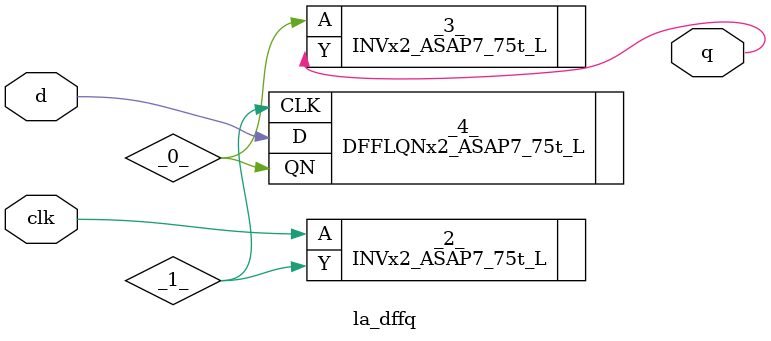
<source format=v>

/* Generated by Yosys 0.37 (git sha1 a5c7f69ed, clang 14.0.0-1ubuntu1.1 -fPIC -Os) */

module la_dffq(d, clk, q);
  wire _0_;
  wire _1_;
  input clk;
  wire clk;
  input d;
  wire d;
  output q;
  wire q;
  INVx2_ASAP7_75t_L _2_ (
    .A(clk),
    .Y(_1_)
  );
  INVx2_ASAP7_75t_L _3_ (
    .A(_0_),
    .Y(q)
  );
  DFFLQNx2_ASAP7_75t_L _4_ (
    .CLK(_1_),
    .D(d),
    .QN(_0_)
  );
endmodule

</source>
